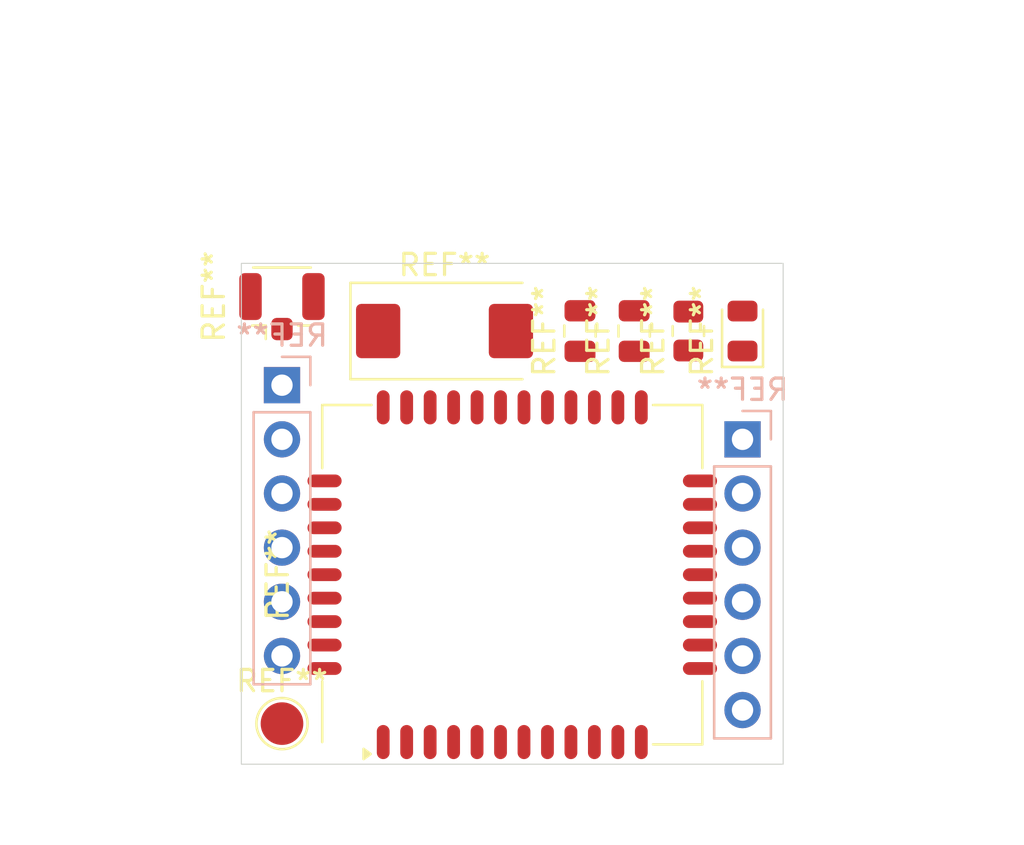
<source format=kicad_pcb>
(kicad_pcb (version 20240108) (generator "pcbnew") (generator_version "8.0")
  (layers (0 "F.Cu" signal) (31 "B.Cu" signal) (34 "B.Paste" user) (35 "F.Paste" user) (36 "B.SilkS" user "B.Silkscreen") (37 "F.SilkS" user "F.Silkscreen") (38 "B.Mask" user) (39 "F.Mask" user) (44 "Edge.Cuts" user))
  (net 0 "")
  (footprint "TestPoint:TestPoint_Pad_D2.0mm" (layer "F.Cu") (at 118.745 86.995)
    (property "Reference" "REF**" (at 0 -1.998 0) (layer "F.SilkS"))
    (property "Value" "TestPoint_Pad_D2.0mm")
    (fp_circle (center 0 0) (end 0 1.2) (stroke (width 0.12)) (fill none) (layer "F.SilkS"))
    (pad "1" smd circle (at 0 0) (size 2 2) (layers "F.Cu" "F.Mask"))
  )
  (footprint "LED_SMD:LED_0805_2012Metric" (layer "F.Cu") (at 140.335 68.58 90)
    (property "Reference" "REF**" (at 0 -1.905 90) (layer "F.SilkS"))
    (property "Value" "LED_0805_2012Metric")
    (fp_line (start 1 -0.96) (end -1.685 -0.96) (stroke (width 0.12)) (layer "F.SilkS"))
    (fp_line (start -1.685 -0.96) (end -1.685 0.96) (stroke (width 0.12)) (layer "F.SilkS"))
    (fp_line (start -1.685 0.96) (end 1 0.96) (stroke (width 0.12)) (layer "F.SilkS"))
    (pad "1" smd roundrect (at -0.9375 0 90) (size 0.975 1.4) (layers "F.Cu" "F.Paste" "F.Mask"))
    (pad "2" smd roundrect (at 0.9375 0 90) (size 0.975 1.4) (layers "F.Cu" "F.Paste" "F.Mask"))
  )
  (footprint "Resistor_SMD:R_0805_2012Metric" (layer "F.Cu") (at 137.795 68.58 90)
    (property "Reference" "REF**" (at 0 -1.65 90) (layer "F.SilkS"))
    (property "Value" "R_0805_2012Metric")
    (fp_line (start -0.227064 -0.735) (end 0.227064 -0.735) (stroke (width 0.12)) (layer "F.SilkS"))
    (fp_line (start -0.227064 0.735) (end 0.227064 0.735) (stroke (width 0.12)) (layer "F.SilkS"))
    (pad "1" smd roundrect (at -0.9125 0 90) (size 1.025 1.4) (layers "F.Cu" "F.Paste" "F.Mask") (roundrect_rratio 0.243902))
    (pad "2" smd roundrect (at 0.9125 0 90) (size 1.025 1.4) (layers "F.Cu" "F.Paste" "F.Mask") (roundrect_rratio 0.243902))
  )
  (footprint "Capacitor_SMD:C_0805_2012Metric" (layer "F.Cu") (at 132.715 68.58 90)
    (property "Reference" "REF**" (at 0 -1.68 90) (layer "F.SilkS"))
    (property "Value" "C_0805_2012Metric")
    (fp_line (start -0.261252 -0.735) (end 0.261252 -0.735) (stroke (width 0.12)) (layer "F.SilkS"))
    (fp_line (start -0.261252 0.735) (end 0.261252 0.735) (stroke (width 0.12)) (layer "F.SilkS"))
    (pad "1" smd roundrect (at -0.95 0 90) (size 1 1.45) (layers "F.Cu" "F.Paste" "F.Mask"))
    (pad "2" smd roundrect (at 0.95 0 90) (size 1 1.45) (layers "F.Cu" "F.Paste" "F.Mask"))
  )
  (footprint "Capacitor_Tantalum_SMD:CP_EIA-7343-31_Kemet-D" (layer "F.Cu") (at 126.365 68.58)
    (property "Reference" "REF**" (at 0 -3.1 0) (layer "F.SilkS"))
    (property "Value" "CP_EIA-7343-31_Kemet-D")
    (fp_line (start -4.41 -2.26) (end -4.41 2.26) (stroke (width 0.12)) (layer "F.SilkS"))
    (fp_line (start -4.41 2.26) (end 3.65 2.26) (stroke (width 0.12)) (layer "F.SilkS"))
    (fp_line (start 3.65 -2.26) (end -4.41 -2.26) (stroke (width 0.12)) (layer "F.SilkS"))
    (pad "1" smd roundrect (at -3.1125 0) (size 2.075 2.55) (layers "F.Cu" "F.Paste" "F.Mask") (roundrect_rratio 0.120482))
    (pad "2" smd roundrect (at 3.1125 0) (size 2.075 2.55) (layers "F.Cu" "F.Paste" "F.Mask") (roundrect_rratio 0.120482))
  )
  (footprint "RF_GSM:SIMCom_SIM800C" (layer "F.Cu") (at 129.54 80.01 90)
    (property "Reference" "REF**" (at 0 -11 90) (layer "F.SilkS"))
    (property "Value" "SIMCom_SIM800C")
    (fp_line (start 7.96 -8.91) (end 5 -8.91) (stroke (width 0.12)) (layer "F.SilkS"))
    (fp_line (start 7.96 -8.91) (end 7.96 -6.6) (stroke (width 0.12)) (layer "F.SilkS"))
    (fp_line (start -7.85 -8.91) (end -5 -8.91) (stroke (width 0.12)) (layer "F.SilkS"))
    (fp_line (start 7.96 8.91) (end 7.96 6.6) (stroke (width 0.12)) (layer "F.SilkS"))
    (fp_line (start 7.96 8.91) (end 5 8.91) (stroke (width 0.12)) (layer "F.SilkS"))
    (fp_line (start -7.96 8.91) (end -7.96 6.6) (stroke (width 0.12)) (layer "F.SilkS"))
    (fp_line (start -7.96 8.91) (end -5 8.91) (stroke (width 0.12)) (layer "F.SilkS"))
    (fp_poly (pts (xy -8.41 -6.64) (xy -8.65 -6.97) (xy -8.17 -6.97) (xy -8.41 -6.64)) (stroke (width 0.12)) (fill solid) (layer "F.SilkS"))
    (pad "1" smd oval (at -7.85 -6.05 90) (size 1.6 0.6) (layers "F.Cu" "F.Mask"))
    (pad "2" smd oval (at -7.85 -4.95 90) (size 1.6 0.6) (layers "F.Cu" "F.Mask"))
    (pad "3" smd oval (at -7.85 -3.85 90) (size 1.6 0.6) (layers "F.Cu" "F.Mask"))
    (pad "4" smd oval (at -7.85 -2.75 90) (size 1.6 0.6) (layers "F.Cu" "F.Mask"))
    (pad "5" smd oval (at -7.85 -1.65 90) (size 1.6 0.6) (layers "F.Cu" "F.Mask"))
    (pad "6" smd oval (at -7.85 -0.55 90) (size 1.6 0.6) (layers "F.Cu" "F.Mask"))
    (pad "7" smd oval (at -7.85 0.55 90) (size 1.6 0.6) (layers "F.Cu" "F.Mask"))
    (pad "8" smd oval (at -7.85 1.65 90) (size 1.6 0.6) (layers "F.Cu" "F.Mask"))
    (pad "9" smd oval (at -7.85 2.75 90) (size 1.6 0.6) (layers "F.Cu" "F.Mask"))
    (pad "10" smd oval (at -7.85 3.85 90) (size 1.6 0.6) (layers "F.Cu" "F.Mask"))
    (pad "11" smd oval (at -7.85 4.95 90) (size 1.6 0.6) (layers "F.Cu" "F.Mask"))
    (pad "12" smd oval (at -7.85 6.05 90) (size 1.6 0.6) (layers "F.Cu" "F.Mask"))
    (pad "13" smd oval (at -4.4 8.8 90) (size 0.6 1.6) (layers "F.Cu" "F.Mask"))
    (pad "14" smd oval (at -3.3 8.8 90) (size 0.6 1.6) (layers "F.Cu" "F.Mask"))
    (pad "15" smd oval (at -2.2 8.8 90) (size 0.6 1.6) (layers "F.Cu" "F.Mask"))
    (pad "16" smd oval (at -1.1 8.8 90) (size 0.6 1.6) (layers "F.Cu" "F.Mask"))
    (pad "17" smd oval (at 0 8.8 90) (size 0.6 1.6) (layers "F.Cu" "F.Mask"))
    (pad "18" smd oval (at 1.1 8.8 90) (size 0.6 1.6) (layers "F.Cu" "F.Mask"))
    (pad "19" smd oval (at 2.2 8.8 90) (size 0.6 1.6) (layers "F.Cu" "F.Mask"))
    (pad "20" smd oval (at 3.3 8.8 90) (size 0.6 1.6) (layers "F.Cu" "F.Mask"))
    (pad "21" smd oval (at 4.4 8.8 90) (size 0.6 1.6) (layers "F.Cu" "F.Mask"))
    (pad "22" smd oval (at 7.85 6.05 90) (size 1.6 0.6) (layers "F.Cu" "F.Mask"))
    (pad "23" smd oval (at 7.85 4.95 90) (size 1.6 0.6) (layers "F.Cu" "F.Mask"))
    (pad "24" smd oval (at 7.85 3.85 90) (size 1.6 0.6) (layers "F.Cu" "F.Mask"))
    (pad "25" smd oval (at 7.85 2.75 90) (size 1.6 0.6) (layers "F.Cu" "F.Mask"))
    (pad "26" smd oval (at 7.85 1.65 90) (size 1.6 0.6) (layers "F.Cu" "F.Mask"))
    (pad "27" smd oval (at 7.85 0.55 90) (size 1.6 0.6) (layers "F.Cu" "F.Mask"))
    (pad "28" smd oval (at 7.85 -0.55 90) (size 1.6 0.6) (layers "F.Cu" "F.Mask"))
    (pad "29" smd oval (at 7.85 -1.65 90) (size 1.6 0.6) (layers "F.Cu" "F.Mask"))
    (pad "30" smd oval (at 7.85 -2.75 90) (size 1.6 0.6) (layers "F.Cu" "F.Mask"))
    (pad "31" smd oval (at 7.85 -3.85 90) (size 1.6 0.6) (layers "F.Cu" "F.Mask"))
    (pad "32" smd oval (at 7.85 -4.95 90) (size 1.6 0.6) (layers "F.Cu" "F.Mask"))
    (pad "33" smd oval (at 7.85 -6.05 90) (size 1.6 0.6) (layers "F.Cu" "F.Mask"))
    (pad "34" smd oval (at 4.4 -8.8 90) (size 0.6 1.6) (layers "F.Cu" "F.Mask"))
    (pad "35" smd oval (at 3.3 -8.8 90) (size 0.6 1.6) (layers "F.Cu" "F.Mask"))
    (pad "36" smd oval (at 2.2 -8.8 90) (size 0.6 1.6) (layers "F.Cu" "F.Mask"))
    (pad "37" smd oval (at 1.1 -8.8 90) (size 0.6 1.6) (layers "F.Cu" "F.Mask"))
    (pad "38" smd oval (at 0 -8.8 90) (size 0.6 1.6) (layers "F.Cu" "F.Mask"))
    (pad "39" smd oval (at -1.1 -8.8 90) (size 0.6 1.6) (layers "F.Cu" "F.Mask"))
    (pad "40" smd oval (at -2.2 -8.8 90) (size 0.6 1.6) (layers "F.Cu" "F.Mask"))
    (pad "41" smd oval (at -3.3 -8.8 90) (size 0.6 1.6) (layers "F.Cu" "F.Mask"))
    (pad "42" smd oval (at -4.4 -8.8 90) (size 0.6 1.6) (layers "F.Cu" "F.Mask"))
  )
  (footprint "Capacitor_SMD:C_0805_2012Metric" (layer "F.Cu") (at 135.255 68.58 90)
    (property "Reference" "REF**" (at 0 -1.68 90) (layer "F.SilkS"))
    (property "Value" "C_0805_2012Metric")
    (fp_line (start -0.261252 -0.735) (end 0.261252 -0.735) (stroke (width 0.12)) (layer "F.SilkS"))
    (fp_line (start -0.261252 0.735) (end 0.261252 0.735) (stroke (width 0.12)) (layer "F.SilkS"))
    (pad "1" smd roundrect (at -0.95 0 90) (size 1 1.45) (layers "F.Cu" "F.Paste" "F.Mask"))
    (pad "2" smd roundrect (at 0.95 0 90) (size 1 1.45) (layers "F.Cu" "F.Paste" "F.Mask"))
  )
  (footprint "Connector_Coaxial:U.FL_Hirose_U.FL-R-SMT-1_Vertical" (layer "F.Cu") (at 118.745 67.437 90)
    (property "Reference" "REF**" (at 0.475 -3.2 90) (layer "F.SilkS"))
    (property "Value" "U.FL_Hirose_U.FL-R-SMT-1_Vertical")
    (fp_line (start -0.885 -1.4) (end -0.885 -0.76) (stroke (width 0.12)) (layer "F.SilkS"))
    (fp_line (start 1.835 -1.35) (end 1.835 1.35) (stroke (width 0.12)) (layer "F.SilkS"))
    (fp_line (start -0.885 -0.76) (end -1.515 -0.76) (stroke (width 0.12)) (layer "F.SilkS"))
    (fp_line (start -0.885 1.4) (end -0.885 0.76) (stroke (width 0.12)) (layer "F.SilkS"))
    (pad "1" smd roundrect (at -1.05 0 90) (size 1.05 1) (layers "F.Cu" "F.Paste" "F.Mask"))
    (pad "2" smd roundrect (at 0.475 -1.475 90) (size 2.2 1.05) (layers "F.Cu" "F.Paste" "F.Mask") (roundrect_rratio 0.2380952381))
    (pad "2" smd roundrect (at 0.475 1.475 90) (size 2.2 1.05) (layers "F.Cu" "F.Paste" "F.Mask") (roundrect_rratio 0.2380952381))
  )
  (footprint "Connector_PinHeader_2.54mm:PinHeader_1x06_P2.54mm_Vertical" (layer "B.Cu") (at 118.745 71.12 180)
    (property "Reference" "REF**" (at 0 2.33 0) (layer "B.SilkS") (effects (justify mirror)))
    (property "Value" "PinHeader_1x06_P2.54mm_Vertical")
    (fp_line (start 1.33 -1.27) (end -1.33 -1.27) (stroke (width 0.12)) (layer "B.SilkS"))
    (fp_line (start 1.33 -14.03) (end 1.33 -1.27) (stroke (width 0.12)) (layer "B.SilkS"))
    (fp_line (start 1.33 -14.03) (end -1.33 -14.03) (stroke (width 0.12)) (layer "B.SilkS"))
    (fp_line (start 0 1.33) (end -1.33 1.33) (stroke (width 0.12)) (layer "B.SilkS"))
    (fp_line (start -1.33 1.33) (end -1.33 0) (stroke (width 0.12)) (layer "B.SilkS"))
    (fp_line (start -1.33 -14.03) (end -1.33 -1.27) (stroke (width 0.12)) (layer "B.SilkS"))
    (pad "1" thru_hole rect (at 0 0 180) (size 1.7 1.7) (drill 1) (layers "*.Cu" "*.Mask" "In1.Cu" "In2.Cu" "In3.Cu" "In4.Cu" "In5.Cu" "In6.Cu" "In7.Cu" "In8.Cu" "In9.Cu" "In10.Cu" "In11.Cu" "In12.Cu" "In13.Cu" "In14.Cu" "In15.Cu" "In16.Cu" "In17.Cu" "In18.Cu" "In19.Cu" "In20.Cu" "In21.Cu" "In22.Cu" "In23.Cu" "In24.Cu" "In25.Cu" "In26.Cu" "In27.Cu" "In28.Cu" "In29.Cu" "In30.Cu"))
    (pad "2" thru_hole oval (at 0 -2.54 180) (size 1.7 1.7) (drill 1) (layers "*.Cu" "*.Mask" "In1.Cu" "In2.Cu" "In3.Cu" "In4.Cu" "In5.Cu" "In6.Cu" "In7.Cu" "In8.Cu" "In9.Cu" "In10.Cu" "In11.Cu" "In12.Cu" "In13.Cu" "In14.Cu" "In15.Cu" "In16.Cu" "In17.Cu" "In18.Cu" "In19.Cu" "In20.Cu" "In21.Cu" "In22.Cu" "In23.Cu" "In24.Cu" "In25.Cu" "In26.Cu" "In27.Cu" "In28.Cu" "In29.Cu" "In30.Cu"))
    (pad "3" thru_hole oval (at 0 -5.08 180) (size 1.7 1.7) (drill 1) (layers "*.Cu" "*.Mask" "In1.Cu" "In2.Cu" "In3.Cu" "In4.Cu" "In5.Cu" "In6.Cu" "In7.Cu" "In8.Cu" "In9.Cu" "In10.Cu" "In11.Cu" "In12.Cu" "In13.Cu" "In14.Cu" "In15.Cu" "In16.Cu" "In17.Cu" "In18.Cu" "In19.Cu" "In20.Cu" "In21.Cu" "In22.Cu" "In23.Cu" "In24.Cu" "In25.Cu" "In26.Cu" "In27.Cu" "In28.Cu" "In29.Cu" "In30.Cu"))
    (pad "4" thru_hole oval (at 0 -7.62 180) (size 1.7 1.7) (drill 1) (layers "*.Cu" "*.Mask" "In1.Cu" "In2.Cu" "In3.Cu" "In4.Cu" "In5.Cu" "In6.Cu" "In7.Cu" "In8.Cu" "In9.Cu" "In10.Cu" "In11.Cu" "In12.Cu" "In13.Cu" "In14.Cu" "In15.Cu" "In16.Cu" "In17.Cu" "In18.Cu" "In19.Cu" "In20.Cu" "In21.Cu" "In22.Cu" "In23.Cu" "In24.Cu" "In25.Cu" "In26.Cu" "In27.Cu" "In28.Cu" "In29.Cu" "In30.Cu"))
    (pad "5" thru_hole oval (at 0 -10.16 180) (size 1.7 1.7) (drill 1) (layers "*.Cu" "*.Mask" "In1.Cu" "In2.Cu" "In3.Cu" "In4.Cu" "In5.Cu" "In6.Cu" "In7.Cu" "In8.Cu" "In9.Cu" "In10.Cu" "In11.Cu" "In12.Cu" "In13.Cu" "In14.Cu" "In15.Cu" "In16.Cu" "In17.Cu" "In18.Cu" "In19.Cu" "In20.Cu" "In21.Cu" "In22.Cu" "In23.Cu" "In24.Cu" "In25.Cu" "In26.Cu" "In27.Cu" "In28.Cu" "In29.Cu" "In30.Cu"))
    (pad "6" thru_hole oval (at 0 -12.7 180) (size 1.7 1.7) (drill 1) (layers "*.Cu" "*.Mask" "In1.Cu" "In2.Cu" "In3.Cu" "In4.Cu" "In5.Cu" "In6.Cu" "In7.Cu" "In8.Cu" "In9.Cu" "In10.Cu" "In11.Cu" "In12.Cu" "In13.Cu" "In14.Cu" "In15.Cu" "In16.Cu" "In17.Cu" "In18.Cu" "In19.Cu" "In20.Cu" "In21.Cu" "In22.Cu" "In23.Cu" "In24.Cu" "In25.Cu" "In26.Cu" "In27.Cu" "In28.Cu" "In29.Cu" "In30.Cu"))
  )
  (footprint "Connector_PinHeader_2.54mm:PinHeader_1x06_P2.54mm_Vertical" (layer "B.Cu") (at 140.335 73.66 180)
    (property "Reference" "REF**" (at 0 2.33 0) (layer "B.SilkS") (effects (justify mirror)))
    (property "Value" "PinHeader_1x06_P2.54mm_Vertical")
    (fp_line (start 1.33 -1.27) (end -1.33 -1.27) (stroke (width 0.12)) (layer "B.SilkS"))
    (fp_line (start 1.33 -14.03) (end 1.33 -1.27) (stroke (width 0.12)) (layer "B.SilkS"))
    (fp_line (start 1.33 -14.03) (end -1.33 -14.03) (stroke (width 0.12)) (layer "B.SilkS"))
    (fp_line (start 0 1.33) (end -1.33 1.33) (stroke (width 0.12)) (layer "B.SilkS"))
    (fp_line (start -1.33 1.33) (end -1.33 0) (stroke (width 0.12)) (layer "B.SilkS"))
    (fp_line (start -1.33 -14.03) (end -1.33 -1.27) (stroke (width 0.12)) (layer "B.SilkS"))
    (pad "1" thru_hole rect (at 0 0 180) (size 1.7 1.7) (drill 1) (layers "*.Cu" "*.Mask" "In1.Cu" "In2.Cu" "In3.Cu" "In4.Cu" "In5.Cu" "In6.Cu" "In7.Cu" "In8.Cu" "In9.Cu" "In10.Cu" "In11.Cu" "In12.Cu" "In13.Cu" "In14.Cu" "In15.Cu" "In16.Cu" "In17.Cu" "In18.Cu" "In19.Cu" "In20.Cu" "In21.Cu" "In22.Cu" "In23.Cu" "In24.Cu" "In25.Cu" "In26.Cu" "In27.Cu" "In28.Cu" "In29.Cu" "In30.Cu"))
    (pad "2" thru_hole oval (at 0 -2.54 180) (size 1.7 1.7) (drill 1) (layers "*.Cu" "*.Mask" "In1.Cu" "In2.Cu" "In3.Cu" "In4.Cu" "In5.Cu" "In6.Cu" "In7.Cu" "In8.Cu" "In9.Cu" "In10.Cu" "In11.Cu" "In12.Cu" "In13.Cu" "In14.Cu" "In15.Cu" "In16.Cu" "In17.Cu" "In18.Cu" "In19.Cu" "In20.Cu" "In21.Cu" "In22.Cu" "In23.Cu" "In24.Cu" "In25.Cu" "In26.Cu" "In27.Cu" "In28.Cu" "In29.Cu" "In30.Cu"))
    (pad "3" thru_hole oval (at 0 -5.08 180) (size 1.7 1.7) (drill 1) (layers "*.Cu" "*.Mask" "In1.Cu" "In2.Cu" "In3.Cu" "In4.Cu" "In5.Cu" "In6.Cu" "In7.Cu" "In8.Cu" "In9.Cu" "In10.Cu" "In11.Cu" "In12.Cu" "In13.Cu" "In14.Cu" "In15.Cu" "In16.Cu" "In17.Cu" "In18.Cu" "In19.Cu" "In20.Cu" "In21.Cu" "In22.Cu" "In23.Cu" "In24.Cu" "In25.Cu" "In26.Cu" "In27.Cu" "In28.Cu" "In29.Cu" "In30.Cu"))
    (pad "4" thru_hole oval (at 0 -7.62 180) (size 1.7 1.7) (drill 1) (layers "*.Cu" "*.Mask" "In1.Cu" "In2.Cu" "In3.Cu" "In4.Cu" "In5.Cu" "In6.Cu" "In7.Cu" "In8.Cu" "In9.Cu" "In10.Cu" "In11.Cu" "In12.Cu" "In13.Cu" "In14.Cu" "In15.Cu" "In16.Cu" "In17.Cu" "In18.Cu" "In19.Cu" "In20.Cu" "In21.Cu" "In22.Cu" "In23.Cu" "In24.Cu" "In25.Cu" "In26.Cu" "In27.Cu" "In28.Cu" "In29.Cu" "In30.Cu"))
    (pad "5" thru_hole oval (at 0 -10.16 180) (size 1.7 1.7) (drill 1) (layers "*.Cu" "*.Mask" "In1.Cu" "In2.Cu" "In3.Cu" "In4.Cu" "In5.Cu" "In6.Cu" "In7.Cu" "In8.Cu" "In9.Cu" "In10.Cu" "In11.Cu" "In12.Cu" "In13.Cu" "In14.Cu" "In15.Cu" "In16.Cu" "In17.Cu" "In18.Cu" "In19.Cu" "In20.Cu" "In21.Cu" "In22.Cu" "In23.Cu" "In24.Cu" "In25.Cu" "In26.Cu" "In27.Cu" "In28.Cu" "In29.Cu" "In30.Cu"))
    (pad "6" thru_hole oval (at 0 -12.7 180) (size 1.7 1.7) (drill 1) (layers "*.Cu" "*.Mask" "In1.Cu" "In2.Cu" "In3.Cu" "In4.Cu" "In5.Cu" "In6.Cu" "In7.Cu" "In8.Cu" "In9.Cu" "In10.Cu" "In11.Cu" "In12.Cu" "In13.Cu" "In14.Cu" "In15.Cu" "In16.Cu" "In17.Cu" "In18.Cu" "In19.Cu" "In20.Cu" "In21.Cu" "In22.Cu" "In23.Cu" "In24.Cu" "In25.Cu" "In26.Cu" "In27.Cu" "In28.Cu" "In29.Cu" "In30.Cu"))
  )
  (gr_rect (start 116.84 65.405) (end 142.24 88.9) (stroke (width 0.05)) (fill none) (layer "Edge.Cuts"))
)
</source>
